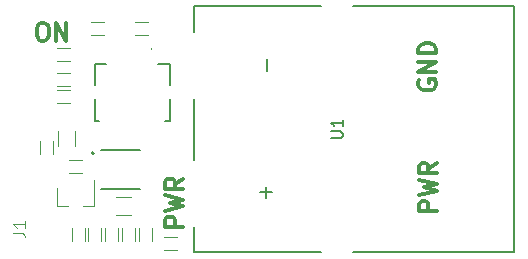
<source format=gbr>
%TF.GenerationSoftware,KiCad,Pcbnew,(6.0.10-0)*%
%TF.CreationDate,2023-02-01T10:43:54-08:00*%
%TF.ProjectId,mosfet_breakout_1.0,6d6f7366-6574-45f6-9272-65616b6f7574,rev?*%
%TF.SameCoordinates,Original*%
%TF.FileFunction,Legend,Top*%
%TF.FilePolarity,Positive*%
%FSLAX46Y46*%
G04 Gerber Fmt 4.6, Leading zero omitted, Abs format (unit mm)*
G04 Created by KiCad (PCBNEW (6.0.10-0)) date 2023-02-01 10:43:54*
%MOMM*%
%LPD*%
G01*
G04 APERTURE LIST*
%ADD10C,0.300000*%
%ADD11C,0.100000*%
%ADD12C,0.150000*%
%ADD13C,0.127000*%
%ADD14C,0.200000*%
%ADD15C,0.120000*%
G04 APERTURE END LIST*
D10*
X131710228Y-48657771D02*
X131995942Y-48657771D01*
X132138800Y-48729200D01*
X132281657Y-48872057D01*
X132353085Y-49157771D01*
X132353085Y-49657771D01*
X132281657Y-49943485D01*
X132138800Y-50086342D01*
X131995942Y-50157771D01*
X131710228Y-50157771D01*
X131567371Y-50086342D01*
X131424514Y-49943485D01*
X131353085Y-49657771D01*
X131353085Y-49157771D01*
X131424514Y-48872057D01*
X131567371Y-48729200D01*
X131710228Y-48657771D01*
X132995942Y-50157771D02*
X132995942Y-48657771D01*
X133853085Y-50157771D01*
X133853085Y-48657771D01*
X143731371Y-65906400D02*
X142231371Y-65906400D01*
X142231371Y-65334971D01*
X142302800Y-65192114D01*
X142374228Y-65120685D01*
X142517085Y-65049257D01*
X142731371Y-65049257D01*
X142874228Y-65120685D01*
X142945657Y-65192114D01*
X143017085Y-65334971D01*
X143017085Y-65906400D01*
X142231371Y-64549257D02*
X143731371Y-64192114D01*
X142659942Y-63906400D01*
X143731371Y-63620685D01*
X142231371Y-63263542D01*
X143731371Y-61834971D02*
X143017085Y-62334971D01*
X143731371Y-62692114D02*
X142231371Y-62692114D01*
X142231371Y-62120685D01*
X142302800Y-61977828D01*
X142374228Y-61906400D01*
X142517085Y-61834971D01*
X142731371Y-61834971D01*
X142874228Y-61906400D01*
X142945657Y-61977828D01*
X143017085Y-62120685D01*
X143017085Y-62692114D01*
X163740400Y-53517657D02*
X163668971Y-53660514D01*
X163668971Y-53874800D01*
X163740400Y-54089085D01*
X163883257Y-54231942D01*
X164026114Y-54303371D01*
X164311828Y-54374800D01*
X164526114Y-54374800D01*
X164811828Y-54303371D01*
X164954685Y-54231942D01*
X165097542Y-54089085D01*
X165168971Y-53874800D01*
X165168971Y-53731942D01*
X165097542Y-53517657D01*
X165026114Y-53446228D01*
X164526114Y-53446228D01*
X164526114Y-53731942D01*
X165168971Y-52803371D02*
X163668971Y-52803371D01*
X165168971Y-51946228D01*
X163668971Y-51946228D01*
X165168971Y-51231942D02*
X163668971Y-51231942D01*
X163668971Y-50874800D01*
X163740400Y-50660514D01*
X163883257Y-50517657D01*
X164026114Y-50446228D01*
X164311828Y-50374800D01*
X164526114Y-50374800D01*
X164811828Y-50446228D01*
X164954685Y-50517657D01*
X165097542Y-50660514D01*
X165168971Y-50874800D01*
X165168971Y-51231942D01*
X165219771Y-64585600D02*
X163719771Y-64585600D01*
X163719771Y-64014171D01*
X163791200Y-63871314D01*
X163862628Y-63799885D01*
X164005485Y-63728457D01*
X164219771Y-63728457D01*
X164362628Y-63799885D01*
X164434057Y-63871314D01*
X164505485Y-64014171D01*
X164505485Y-64585600D01*
X163719771Y-63228457D02*
X165219771Y-62871314D01*
X164148342Y-62585600D01*
X165219771Y-62299885D01*
X163719771Y-61942742D01*
X165219771Y-60514171D02*
X164505485Y-61014171D01*
X165219771Y-61371314D02*
X163719771Y-61371314D01*
X163719771Y-60799885D01*
X163791200Y-60657028D01*
X163862628Y-60585600D01*
X164005485Y-60514171D01*
X164219771Y-60514171D01*
X164362628Y-60585600D01*
X164434057Y-60657028D01*
X164505485Y-60799885D01*
X164505485Y-61371314D01*
D11*
%TO.C,J1*%
X129352380Y-66433333D02*
X130066666Y-66433333D01*
X130209523Y-66480952D01*
X130304761Y-66576190D01*
X130352380Y-66719047D01*
X130352380Y-66814285D01*
X130352380Y-65433333D02*
X130352380Y-66004761D01*
X130352380Y-65719047D02*
X129352380Y-65719047D01*
X129495238Y-65814285D01*
X129590476Y-65909523D01*
X129638095Y-66004761D01*
D12*
%TO.C,U1*%
X156244380Y-58419904D02*
X157053904Y-58419904D01*
X157149142Y-58372285D01*
X157196761Y-58324666D01*
X157244380Y-58229428D01*
X157244380Y-58038952D01*
X157196761Y-57943714D01*
X157149142Y-57896095D01*
X157053904Y-57848476D01*
X156244380Y-57848476D01*
X157244380Y-56848476D02*
X157244380Y-57419904D01*
X157244380Y-57134190D02*
X156244380Y-57134190D01*
X156387238Y-57229428D01*
X156482476Y-57324666D01*
X156530095Y-57419904D01*
D13*
%TO.C,Q2*%
X136788500Y-62737000D02*
X140088500Y-62737000D01*
X136788500Y-59437000D02*
X140088500Y-59437000D01*
D14*
X136188500Y-59687000D02*
G75*
G03*
X136188500Y-59687000I-100000J0D01*
G01*
D15*
%TO.C,Q1*%
X133040000Y-64133000D02*
X133970000Y-64133000D01*
X133040000Y-64133000D02*
X133040000Y-62673000D01*
X136200000Y-64133000D02*
X135270000Y-64133000D01*
X136200000Y-64133000D02*
X136200000Y-61973000D01*
D13*
%TO.C,U1*%
X155392000Y-47258000D02*
X144692000Y-47258000D01*
X171792000Y-68058000D02*
X171792000Y-47258000D01*
X151272000Y-63008000D02*
X150272000Y-63008000D01*
X150772000Y-62508000D02*
X150772000Y-63508000D01*
X171792000Y-47258000D02*
X158142000Y-47258000D01*
X150832000Y-52708000D02*
X150832000Y-51708000D01*
X144692000Y-47258000D02*
X144692000Y-49408000D01*
X158142000Y-68058000D02*
X171792000Y-68058000D01*
X144692000Y-65908000D02*
X144692000Y-68058000D01*
X144692000Y-68058000D02*
X155392000Y-68058000D01*
X144692000Y-60258000D02*
X144692000Y-55058000D01*
D11*
%TO.C,R6*%
X139691200Y-65998000D02*
X139691200Y-67098000D01*
X138591200Y-67098000D02*
X138591200Y-65998000D01*
%TO.C,R5*%
X134608000Y-57770000D02*
X134608000Y-59070000D01*
X133108000Y-59070000D02*
X133108000Y-57770000D01*
%TO.C,R7*%
X138268800Y-65998000D02*
X138268800Y-67098000D01*
X137168800Y-67098000D02*
X137168800Y-65998000D01*
%TO.C,R10*%
X136821000Y-65998000D02*
X136821000Y-67098000D01*
X135721000Y-67098000D02*
X135721000Y-65998000D01*
%TO.C,R3*%
X132757000Y-58632000D02*
X132757000Y-59732000D01*
X131657000Y-59732000D02*
X131657000Y-58632000D01*
%TO.C,C2*%
X137075000Y-49699000D02*
X135975000Y-49699000D01*
X135975000Y-48599000D02*
X137075000Y-48599000D01*
%TO.C,D1*%
X142147200Y-66760000D02*
X143247200Y-66760000D01*
X143247200Y-67860000D02*
X142147200Y-67860000D01*
%TO.C,R4*%
X133054000Y-50758000D02*
X134154000Y-50758000D01*
X134154000Y-51858000D02*
X133054000Y-51858000D01*
%TO.C,D2*%
X133054000Y-52917000D02*
X134154000Y-52917000D01*
X134154000Y-54017000D02*
X133054000Y-54017000D01*
%TO.C,R11*%
X135424000Y-65998000D02*
X135424000Y-67098000D01*
X134324000Y-67098000D02*
X134324000Y-65998000D01*
%TO.C,R1*%
X141113600Y-65998000D02*
X141113600Y-67098000D01*
X140013600Y-67098000D02*
X140013600Y-65998000D01*
%TO.C,R8*%
X134070000Y-60283000D02*
X135170000Y-60283000D01*
X135170000Y-61383000D02*
X134070000Y-61383000D01*
%TO.C,R9*%
X139334000Y-64885000D02*
X138034000Y-64885000D01*
X138034000Y-63385000D02*
X139334000Y-63385000D01*
%TO.C,U2*%
X141046000Y-50783000D02*
X141046000Y-50783000D01*
D14*
X142646000Y-53883000D02*
X142646000Y-52133000D01*
D11*
X141046000Y-50883000D02*
X141046000Y-50883000D01*
D14*
X142646000Y-52133000D02*
X141646000Y-52133000D01*
X136246000Y-56933000D02*
X136246000Y-55083000D01*
X136246000Y-53883000D02*
X136246000Y-52133000D01*
X136646000Y-56933000D02*
X136246000Y-56933000D01*
X142646000Y-56933000D02*
X142246000Y-56933000D01*
X136246000Y-52133000D02*
X137246000Y-52133000D01*
X142646000Y-55083000D02*
X142646000Y-56933000D01*
D11*
X141046000Y-50783000D02*
G75*
G03*
X141046000Y-50883000I0J-50000D01*
G01*
X141046000Y-50883000D02*
G75*
G03*
X141046000Y-50783000I0J50000D01*
G01*
%TO.C,R2*%
X133054000Y-54314000D02*
X134154000Y-54314000D01*
X134154000Y-55414000D02*
X133054000Y-55414000D01*
%TO.C,C1*%
X140758000Y-49699000D02*
X139658000Y-49699000D01*
X139658000Y-48599000D02*
X140758000Y-48599000D01*
%TD*%
M02*

</source>
